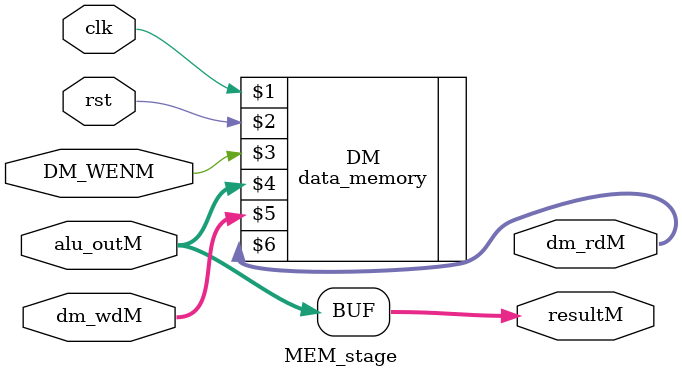
<source format=v>
`timescale 1ns / 1ps


module MEM_stage(
    input clk, rst, DM_WENM,
    input [31:0] alu_outM, dm_wdM,
    output [31:0] resultM, dm_rdM
    );
    assign resultM = alu_outM;                  //had to use different name to avoid inout usage
    data_memory DM (clk, rst, DM_WENM, alu_outM, dm_wdM, dm_rdM);
endmodule

</source>
